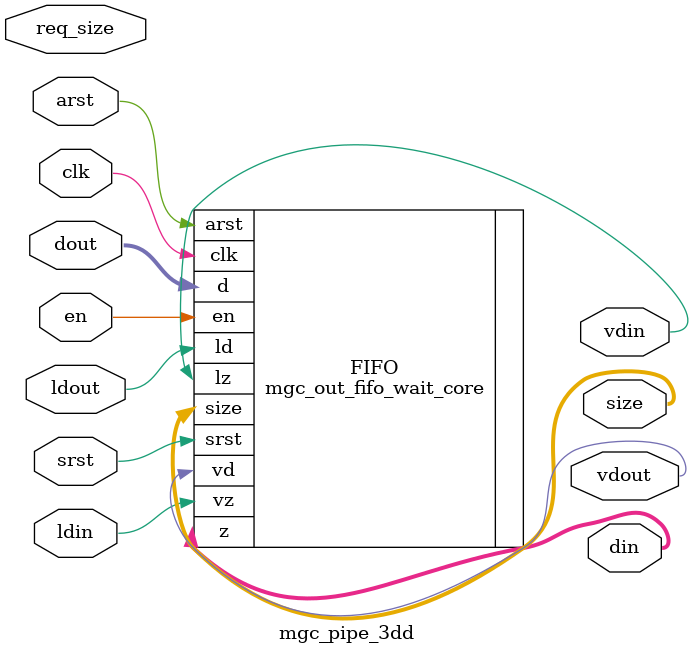
<source format=v>

module mgc_out_reg_pos_3dd (clk, en, arst, srst, ld, d, lz, z);

    parameter integer rscid   = 1;
    parameter integer width   = 8;
    parameter         ph_en   =  1'b1;
    parameter         ph_arst =  1'b1;
    parameter         ph_srst =  1'b1;

    input              clk;
    input              en;
    input              arst;
    input              srst;
    input              ld;
    input  [width-1:0] d;
    output             lz;
    output [width-1:0] z;

    reg                lz;
    reg    [width-1:0] z;

    generate
    if (ph_arst == 1'b0)
    begin: NEG_ARST
        always @(posedge clk or negedge arst)
        if (arst == 1'b0)
        begin: B1
            lz <= 1'b0;
            z  <= {width{1'b0}};
        end
        else if (srst == ph_srst)
        begin: B2
            lz <= 1'b0;
            z  <= {width{1'b0}};
        end
        else if (en == ph_en)
        begin: B3
            lz <= ld;
            z  <= (ld) ? d : z;
        end
    end
    else
    begin: POS_ARST
        always @(posedge clk or posedge arst)
        if (arst == 1'b1)
        begin: B1
            lz <= 1'b0;
            z  <= {width{1'b0}};
        end
        else if (srst == ph_srst)
        begin: B2
            lz <= 1'b0;
            z  <= {width{1'b0}};
        end
        else if (en == ph_en)
        begin: B3
            lz <= ld;
            z  <= (ld) ? d : z;
        end
    end
    endgenerate

endmodule

//------------------------------------------------------------------

module mgc_out_reg_neg_3dd (clk, en, arst, srst, ld, d, lz, z);

    parameter integer rscid   = 1;
    parameter integer width   = 8;
    parameter         ph_en   =  1'b1;
    parameter         ph_arst =  1'b1;
    parameter         ph_srst =  1'b1;

    input              clk;
    input              en;
    input              arst;
    input              srst;
    input              ld;
    input  [width-1:0] d;
    output             lz;
    output [width-1:0] z;

    reg                lz;
    reg    [width-1:0] z;

    generate
    if (ph_arst == 1'b0)
    begin: NEG_ARST
        always @(negedge clk or negedge arst)
        if (arst == 1'b0)
        begin: B1
            lz <= 1'b0;
            z  <= {width{1'b0}};
        end
        else if (srst == ph_srst)
        begin: B2
            lz <= 1'b0;
            z  <= {width{1'b0}};
        end
        else if (en == ph_en)
        begin: B3
            lz <= ld;
            z  <= (ld) ? d : z;
        end
    end
    else
    begin: POS_ARST
        always @(negedge clk or posedge arst)
        if (arst == 1'b1)
        begin: B1
            lz <= 1'b0;
            z  <= {width{1'b0}};
        end
        else if (srst == ph_srst)
        begin: B2
            lz <= 1'b0;
            z  <= {width{1'b0}};
        end
        else if (en == ph_en)
        begin: B3
            lz <= ld;
            z  <= (ld) ? d : z;
        end
    end
    endgenerate

endmodule

//------------------------------------------------------------------

module mgc_out_reg_3dd (clk, en, arst, srst, ld, d, lz, z); // Not Supported

    parameter integer rscid   = 1;
    parameter integer width   = 8;
    parameter         ph_clk  =  1'b1;
    parameter         ph_en   =  1'b1;
    parameter         ph_arst =  1'b1;
    parameter         ph_srst =  1'b1;

    input              clk;
    input              en;
    input              arst;
    input              srst;
    input              ld;
    input  [width-1:0] d;
    output             lz;
    output [width-1:0] z;


    generate
    if (ph_clk == 1'b0)
    begin: NEG_EDGE

        mgc_out_reg_neg
        #(
            .rscid   (rscid),
            .width   (width),
            .ph_en   (ph_en),
            .ph_arst (ph_arst),
            .ph_srst (ph_srst)
        )
        mgc_out_reg_neg_inst
        (
            .clk     (clk),
            .en      (en),
            .arst    (arst),
            .srst    (srst),
            .ld      (ld),
            .d       (d),
            .lz      (lz),
            .z       (z)
        );

    end
    else
    begin: POS_EDGE

        mgc_out_reg_pos
        #(
            .rscid   (rscid),
            .width   (width),
            .ph_en   (ph_en),
            .ph_arst (ph_arst),
            .ph_srst (ph_srst)
        )
        mgc_out_reg_pos_inst
        (
            .clk     (clk),
            .en      (en),
            .arst    (arst),
            .srst    (srst),
            .ld      (ld),
            .d       (d),
            .lz      (lz),
            .z       (z)
        );

    end
    endgenerate

endmodule




//------------------------------------------------------------------

module mgc_out_buf_wait_3dd (clk, en, arst, srst, ld, vd, d, vz, lz, z); // Not supported

    parameter integer rscid   = 1;
    parameter integer width   = 8;
    parameter         ph_clk  =  1'b1;
    parameter         ph_en   =  1'b1;
    parameter         ph_arst =  1'b1;
    parameter         ph_srst =  1'b1;

    input              clk;
    input              en;
    input              arst;
    input              srst;
    input              ld;
    output             vd;
    input  [width-1:0] d;
    output             lz;
    input              vz;
    output [width-1:0] z;

    wire               filled;
    wire               filled_next;
    wire   [width-1:0] abuf;
    wire               lbuf;


    assign filled_next = (filled & (~vz)) | (filled & ld) | (ld & (~vz));

    assign lbuf = ld & ~(filled ^ vz);

    assign vd = vz | ~filled;

    assign lz = ld | filled;

    assign z = (filled) ? abuf : d;

    wire dummy;
    wire dummy_bufreg_lz;

    // Output registers:
    mgc_out_reg
    #(
        .rscid   (rscid),
        .width   (1'b1),
        .ph_clk  (ph_clk),
        .ph_en   (ph_en),
        .ph_arst (ph_arst),
        .ph_srst (ph_srst)
    )
    STATREG
    (
        .clk     (clk),
        .en      (en),
        .arst    (arst),
        .srst    (srst),
        .ld      (filled_next),
        .d       (1'b0),       // input d is unused
        .lz      (filled),
        .z       (dummy)            // output z is unused
    );

    mgc_out_reg
    #(
        .rscid   (rscid),
        .width   (width),
        .ph_clk  (ph_clk),
        .ph_en   (ph_en),
        .ph_arst (ph_arst),
        .ph_srst (ph_srst)
    )
    BUFREG
    (
        .clk     (clk),
        .en      (en),
        .arst    (arst),
        .srst    (srst),
        .ld      (lbuf),
        .d       (d),
        .lz      (dummy_bufreg_lz),
        .z       (abuf)
    );

endmodule

//------------------------------------------------------------------

module mgc_out_fifo_wait_3dd (clk, en, arst, srst, ld, vd, d, lz, vz,  z);

    parameter integer rscid   = 0; // resource ID
    parameter integer width   = 8; // fifo width
    parameter integer fifo_sz = 8; // fifo depth
    parameter         ph_clk  = 1'b1; // clock polarity 1=rising edge, 0=falling edge
    parameter         ph_en   = 1'b1; // clock enable polarity
    parameter         ph_arst = 1'b1; // async reset polarity
    parameter         ph_srst = 1'b1; // sync reset polarity
    parameter integer ph_log2 = 3; // log2(fifo_sz)
    parameter integer pwropt  = 0; // pwropt


    input                 clk;
    input                 en;
    input                 arst;
    input                 srst;
    input                 ld;    // load data
    output                vd;    // fifo full active low
    input     [width-1:0] d;
    output                lz;    // fifo ready to send
    input                 vz;    // dest ready for data
    output    [width-1:0] z;

    wire    [31:0]      size;


      // Output registers:
 mgc_out_fifo_wait_core#(
        .rscid   (rscid),
        .width   (width),
        .sz_width (32),
        .fifo_sz (fifo_sz),
        .ph_clk  (ph_clk),
        .ph_en   (ph_en),
        .ph_arst (ph_arst),
        .ph_srst (ph_srst),
        .ph_log2 (ph_log2),
        .pwropt  (pwropt)
        ) CORE (
        .clk (clk),
        .en (en),
        .arst (arst),
        .srst (srst),
        .ld (ld),
        .vd (vd),
        .d (d),
        .lz (lz),
        .vz (vz),
        .z (z),
        .size (size)
        );

endmodule



module mgc_out_fifo_wait_core_3dd (clk, en, arst, srst, ld, vd, d, lz, vz,  z, size);

    parameter integer rscid   = 0; // resource ID
    parameter integer width   = 8; // fifo width
    parameter integer sz_width = 8; // size of port for elements in fifo
    parameter integer fifo_sz = 8; // fifo depth
    parameter         ph_clk  =  1'b1; // clock polarity 1=rising edge, 0=falling edge
    parameter         ph_en   =  1'b1; // clock enable polarity
    parameter         ph_arst =  1'b1; // async reset polarity
    parameter         ph_srst =  1'b1; // sync reset polarity
    parameter integer ph_log2 = 3; // log2(fifo_sz)
    parameter integer pwropt  = 0; // pwropt

   localparam integer  fifo_b = width * fifo_sz;

    input                 clk;
    input                 en;
    input                 arst;
    input                 srst;
    input                 ld;    // load data
    output                vd;    // fifo full active low
    input     [width-1:0] d;
    output                lz;    // fifo ready to send
    input                 vz;    // dest ready for data
    output    [width-1:0] z;
    output    [sz_width-1:0]      size;

    reg      [( (fifo_sz > 0) ? fifo_sz : 1)-1:0] stat_pre;
    wire     [( (fifo_sz > 0) ? fifo_sz : 1)-1:0] stat;
    reg      [( (fifo_b > 0) ? fifo_b : 1)-1:0] buff_pre;
    wire     [( (fifo_b > 0) ? fifo_b : 1)-1:0] buff;
    reg      [( (fifo_sz > 0) ? fifo_sz : 1)-1:0] en_l;
    reg      [(((fifo_sz > 0) ? fifo_sz : 1)-1)/8:0] en_l_s;

    reg       [width-1:0] buff_nxt;

    reg                   stat_nxt;
    reg                   stat_before;
    reg                   stat_after;
    reg                   en_l_var;

    integer               i;
    genvar                eni;

    wire [32:0]           size_t;
    reg [31:0]            count;
    reg [31:0]            count_t;
    reg [32:0]            n_elem;
// pragma translate_off
    reg [31:0]            peak;
// pragma translate_on

    wire [( (fifo_sz > 0) ? fifo_sz : 1)-1:0] dummy_statreg_lz;
    wire [( (fifo_b > 0) ? fifo_b : 1)-1:0] dummy_bufreg_lz;

    generate
    if ( fifo_sz > 0 )
    begin: FIFO_REG
      assign vd = vz | ~stat[0];
      assign lz = ld | stat[fifo_sz-1];
      assign size_t = (count - (vz && stat[fifo_sz-1])) + ld;
      assign size = size_t[sz_width-1:0];
      assign z = (stat[fifo_sz-1]) ? buff[fifo_b-1:width*(fifo_sz-1)] : d;

      always @(*)
      begin: FIFOPROC
        n_elem = 33'b0;
        for (i = fifo_sz-1; i >= 0; i = i - 1)
        begin
          if (i != 0)
            stat_before = stat[i-1];
          else
            stat_before = 1'b0;

          if (i != (fifo_sz-1))
            stat_after = stat[i+1];
          else
            stat_after = 1'b1;

          stat_nxt = stat_after &
                    (stat_before | (stat[i] & (~vz)) | (stat[i] & ld) | (ld & (~vz)));

          stat_pre[i] = stat_nxt;
          en_l_var = 1'b1;
          if (!stat_nxt)
            begin
              buff_nxt = {width{1'b0}};
              en_l_var = 1'b0;
            end
          else if (vz && stat_before)
            buff_nxt[0+:width] = buff[width*(i-1)+:width];
          else if (ld && !((vz && stat_before) || ((!vz) && stat[i])))
            buff_nxt = d;
          else
            begin
              if (pwropt == 0)
                buff_nxt[0+:width] = buff[width*i+:width];
              else
                buff_nxt = {width{1'b0}};
              en_l_var = 1'b0;
            end

          if (ph_en != 0)
            en_l[i] = en & en_l_var;
          else
            en_l[i] = en | ~en_l_var;

          buff_pre[width*i+:width] = buff_nxt[0+:width];

          if ((stat_after == 1'b1) && (stat[i] == 1'b0))
            n_elem = ($unsigned(fifo_sz) - 1) - i;
        end

        if (ph_en != 0)
          en_l_s[(((fifo_sz > 0) ? fifo_sz : 1)-1)/8] = 1'b1;
        else
          en_l_s[(((fifo_sz > 0) ? fifo_sz : 1)-1)/8] = 1'b0;

        for (i = fifo_sz-1; i >= 7; i = i - 1)
        begin
          if ((i%'d2) == 0)
          begin
            if (ph_en != 0)
              en_l_s[(i/8)-1] = en & (stat[i]|stat_pre[i-1]);
            else
              en_l_s[(i/8)-1] = en | ~(stat[i]|stat_pre[i-1]);
          end
        end

        if ( stat[fifo_sz-1] == 1'b0 )
          count_t = 32'b0;
        else if ( stat[0] == 1'b1 )
          count_t = { {(32-ph_log2){1'b0}}, fifo_sz};
        else
          count_t = n_elem[31:0];
        count = count_t;
// pragma translate_off
        if ( peak < count )
          peak = count;
// pragma translate_on
      end

      if (pwropt == 0)
      begin: NOCGFIFO
        // Output registers:
        mgc_out_reg
        #(
            .rscid   (rscid),
            .width   (fifo_sz),
            .ph_clk  (ph_clk),
            .ph_en   (ph_en),
            .ph_arst (ph_arst),
            .ph_srst (ph_srst)
        )
        STATREG
        (
            .clk     (clk),
            .en      (en),
            .arst    (arst),
            .srst    (srst),
            .ld      (1'b1),
            .d       (stat_pre),
            .lz      (dummy_statreg_lz[0]),
            .z       (stat)
        );
        mgc_out_reg
        #(
            .rscid   (rscid),
            .width   (fifo_b),
            .ph_clk  (ph_clk),
            .ph_en   (ph_en),
            .ph_arst (ph_arst),
            .ph_srst (ph_srst)
        )
        BUFREG
        (
            .clk     (clk),
            .en      (en),
            .arst    (arst),
            .srst    (srst),
            .ld      (1'b1),
            .d       (buff_pre),
            .lz      (dummy_bufreg_lz[0]),
            .z       (buff)
        );
      end
      else
      begin: CGFIFO
        // Output registers:
        if ( pwropt > 1)
        begin: CGSTATFIFO2
          for (eni = fifo_sz-1; eni >= 0; eni = eni - 1)
          begin: pwroptGEN1
            mgc_out_reg
            #(
              .rscid   (rscid),
              .width   (1),
              .ph_clk  (ph_clk),
              .ph_en   (ph_en),
              .ph_arst (ph_arst),
              .ph_srst (ph_srst)
            )
            STATREG
            (
              .clk     (clk),
              .en      (en_l_s[eni/8]),
              .arst    (arst),
              .srst    (srst),
              .ld      (1'b1),
              .d       (stat_pre[eni]),
              .lz      (dummy_statreg_lz[eni]),
              .z       (stat[eni])
            );
          end
        end
        else
        begin: CGSTATFIFO
          mgc_out_reg
          #(
            .rscid   (rscid),
            .width   (fifo_sz),
            .ph_clk  (ph_clk),
            .ph_en   (ph_en),
            .ph_arst (ph_arst),
            .ph_srst (ph_srst)
          )
          STATREG
          (
            .clk     (clk),
            .en      (en),
            .arst    (arst),
            .srst    (srst),
            .ld      (1'b1),
            .d       (stat_pre),
            .lz      (dummy_statreg_lz[0]),
            .z       (stat)
          );
        end
        for (eni = fifo_sz-1; eni >= 0; eni = eni - 1)
        begin: pwroptGEN2
          mgc_out_reg
          #(
            .rscid   (rscid),
            .width   (width),
            .ph_clk  (ph_clk),
            .ph_en   (ph_en),
            .ph_arst (ph_arst),
            .ph_srst (ph_srst)
          )
          BUFREG
          (
            .clk     (clk),
            .en      (en_l[eni]),
            .arst    (arst),
            .srst    (srst),
            .ld      (1'b1),
            .d       (buff_pre[width*eni+:width]),
            .lz      (dummy_bufreg_lz[eni]),
            .z       (buff[width*eni+:width])
          );
        end
      end
    end
    else
    begin: FEED_THRU
      assign vd = vz;
      assign lz = ld;
      assign z = d;
      assign size = ld && !vz;
    end
    endgenerate

endmodule

//------------------------------------------------------------------
//-- PIPE ENTITIES
//------------------------------------------------------------------
/*
 *
 *             _______________________________________________
 * WRITER    |                                               |          READER
 *           |           MGC_PIPE                            |
 *           |           __________________________          |
 *        --<| vdout  --<| vd ---------------  vz<|-----ldin<|---
 *           |           |      FIFO              |          |
 *        ---|>ldout  ---|>ld ---------------- lz |> ---vdin |>--
 *        ---|>dout -----|>d  ---------------- dz |> ----din |>--
 *           |           |________________________|          |
 *           |_______________________________________________|
 */
// two clock pipe
module mgc_pipe_3dd (clk, en, arst, srst, ldin, vdin, din, ldout, vdout, dout, size, req_size);

    parameter integer rscid   = 0; // resource ID
    parameter integer width   = 8; // fifo width
    parameter integer sz_width = 8; // width of size of elements in fifo
    parameter integer fifo_sz = 8; // fifo depth
    parameter integer log2_sz = 3; // log2(fifo_sz)
    parameter         ph_clk  = 1'b1;  // clock polarity 1=rising edge, 0=falling edge
    parameter         ph_en   = 1'b1;  // clock enable polarity
    parameter         ph_arst = 1'b1;  // async reset polarity
    parameter         ph_srst = 1'b1;  // sync reset polarity
    parameter integer pwropt  = 0; // pwropt

    input              clk;
    input              en;
    input              arst;
    input              srst;
    input              ldin;
    output             vdin;
    output [width-1:0] din;
    input              ldout;
    output             vdout;
    input  [width-1:0] dout;
    output [sz_width-1:0]      size;
    input              req_size;


    mgc_out_fifo_wait_core
    #(
        .rscid    (rscid),
        .width    (width),
        .sz_width (sz_width),
        .fifo_sz  (fifo_sz),
        .ph_clk   (ph_clk),
        .ph_en    (ph_en),
        .ph_arst  (ph_arst),
        .ph_srst  (ph_srst),
        .ph_log2  (log2_sz),
        .pwropt   (pwropt)
    )
    FIFO
    (
        .clk     (clk),
        .en      (en),
        .arst    (arst),
        .srst    (srst),
        .ld      (ldout),
        .vd      (vdout),
        .d       (dout),
        .lz      (vdin),
        .vz      (ldin),
        .z       (din),
        .size    (size)
    );

endmodule


</source>
